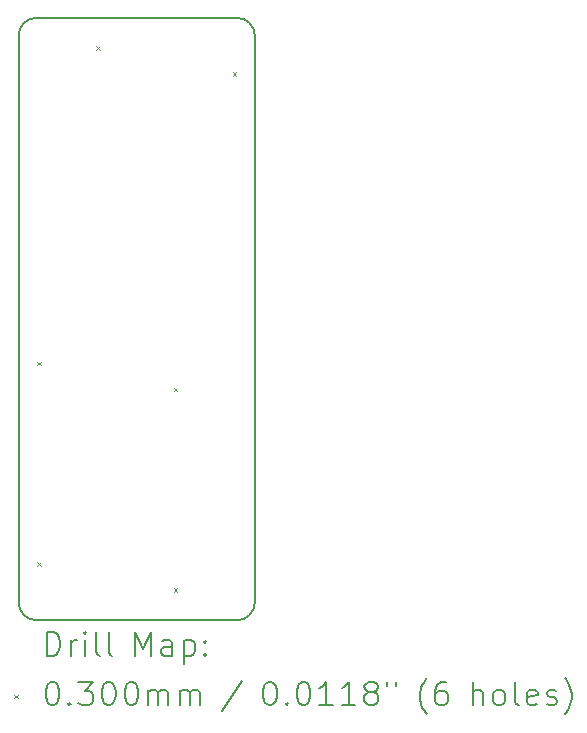
<source format=gbr>
%TF.GenerationSoftware,KiCad,Pcbnew,(7.0.0-0)*%
%TF.CreationDate,2023-06-28T18:09:55+08:00*%
%TF.ProjectId,thumb3,7468756d-6233-42e6-9b69-6361645f7063,v1.0.0*%
%TF.SameCoordinates,Original*%
%TF.FileFunction,Drillmap*%
%TF.FilePolarity,Positive*%
%FSLAX45Y45*%
G04 Gerber Fmt 4.5, Leading zero omitted, Abs format (unit mm)*
G04 Created by KiCad (PCBNEW (7.0.0-0)) date 2023-06-28 18:09:55*
%MOMM*%
%LPD*%
G01*
G04 APERTURE LIST*
%ADD10C,0.150000*%
%ADD11C,0.200000*%
%ADD12C,0.030000*%
G04 APERTURE END LIST*
D10*
X-850000Y-850000D02*
X850000Y-850000D01*
X1000000Y-700000D02*
X1000000Y4100000D01*
X-1000000Y-700000D02*
X-1000000Y4100000D01*
X850000Y4250000D02*
X-850000Y4250000D01*
X850000Y-850000D02*
G75*
G03*
X1000000Y-700000I0J150000D01*
G01*
X1000000Y4100000D02*
G75*
G03*
X850000Y4250000I-150000J0D01*
G01*
X-850000Y4250000D02*
G75*
G03*
X-1000000Y4100000I0J-150000D01*
G01*
X-1000000Y-700000D02*
G75*
G03*
X-850000Y-850000I150000J0D01*
G01*
D11*
D12*
X-842500Y1340000D02*
X-812500Y1310000D01*
X-812500Y1340000D02*
X-842500Y1310000D01*
X-842500Y-360000D02*
X-812500Y-390000D01*
X-812500Y-360000D02*
X-842500Y-390000D01*
X-342500Y4010000D02*
X-312500Y3980000D01*
X-312500Y4010000D02*
X-342500Y3980000D01*
X312500Y1120000D02*
X342500Y1090000D01*
X342500Y1120000D02*
X312500Y1090000D01*
X312500Y-580000D02*
X342500Y-610000D01*
X342500Y-580000D02*
X312500Y-610000D01*
X812500Y3790000D02*
X842500Y3760000D01*
X842500Y3790000D02*
X812500Y3760000D01*
D11*
X-759881Y-1150976D02*
X-759881Y-950976D01*
X-759881Y-950976D02*
X-712262Y-950976D01*
X-712262Y-950976D02*
X-683690Y-960500D01*
X-683690Y-960500D02*
X-664643Y-979548D01*
X-664643Y-979548D02*
X-655119Y-998595D01*
X-655119Y-998595D02*
X-645595Y-1036690D01*
X-645595Y-1036690D02*
X-645595Y-1065262D01*
X-645595Y-1065262D02*
X-655119Y-1103357D01*
X-655119Y-1103357D02*
X-664643Y-1122405D01*
X-664643Y-1122405D02*
X-683690Y-1141452D01*
X-683690Y-1141452D02*
X-712262Y-1150976D01*
X-712262Y-1150976D02*
X-759881Y-1150976D01*
X-559881Y-1150976D02*
X-559881Y-1017643D01*
X-559881Y-1055738D02*
X-550357Y-1036690D01*
X-550357Y-1036690D02*
X-540833Y-1027167D01*
X-540833Y-1027167D02*
X-521786Y-1017643D01*
X-521786Y-1017643D02*
X-502738Y-1017643D01*
X-436071Y-1150976D02*
X-436071Y-1017643D01*
X-436071Y-950976D02*
X-445595Y-960500D01*
X-445595Y-960500D02*
X-436071Y-970024D01*
X-436071Y-970024D02*
X-426548Y-960500D01*
X-426548Y-960500D02*
X-436071Y-950976D01*
X-436071Y-950976D02*
X-436071Y-970024D01*
X-312262Y-1150976D02*
X-331310Y-1141452D01*
X-331310Y-1141452D02*
X-340833Y-1122405D01*
X-340833Y-1122405D02*
X-340833Y-950976D01*
X-207500Y-1150976D02*
X-226548Y-1141452D01*
X-226548Y-1141452D02*
X-236071Y-1122405D01*
X-236071Y-1122405D02*
X-236071Y-950976D01*
X-11309Y-1150976D02*
X-11309Y-950976D01*
X-11309Y-950976D02*
X55357Y-1093833D01*
X55357Y-1093833D02*
X122024Y-950976D01*
X122024Y-950976D02*
X122024Y-1150976D01*
X302976Y-1150976D02*
X302976Y-1046214D01*
X302976Y-1046214D02*
X293452Y-1027167D01*
X293452Y-1027167D02*
X274405Y-1017643D01*
X274405Y-1017643D02*
X236309Y-1017643D01*
X236309Y-1017643D02*
X217262Y-1027167D01*
X302976Y-1141452D02*
X283929Y-1150976D01*
X283929Y-1150976D02*
X236309Y-1150976D01*
X236309Y-1150976D02*
X217262Y-1141452D01*
X217262Y-1141452D02*
X207738Y-1122405D01*
X207738Y-1122405D02*
X207738Y-1103357D01*
X207738Y-1103357D02*
X217262Y-1084310D01*
X217262Y-1084310D02*
X236309Y-1074786D01*
X236309Y-1074786D02*
X283929Y-1074786D01*
X283929Y-1074786D02*
X302976Y-1065262D01*
X398214Y-1017643D02*
X398214Y-1217643D01*
X398214Y-1027167D02*
X417262Y-1017643D01*
X417262Y-1017643D02*
X455357Y-1017643D01*
X455357Y-1017643D02*
X474405Y-1027167D01*
X474405Y-1027167D02*
X483928Y-1036690D01*
X483928Y-1036690D02*
X493452Y-1055738D01*
X493452Y-1055738D02*
X493452Y-1112881D01*
X493452Y-1112881D02*
X483928Y-1131929D01*
X483928Y-1131929D02*
X474405Y-1141452D01*
X474405Y-1141452D02*
X455357Y-1150976D01*
X455357Y-1150976D02*
X417262Y-1150976D01*
X417262Y-1150976D02*
X398214Y-1141452D01*
X579167Y-1131929D02*
X588690Y-1141452D01*
X588690Y-1141452D02*
X579167Y-1150976D01*
X579167Y-1150976D02*
X569643Y-1141452D01*
X569643Y-1141452D02*
X579167Y-1131929D01*
X579167Y-1131929D02*
X579167Y-1150976D01*
X579167Y-1027167D02*
X588690Y-1036690D01*
X588690Y-1036690D02*
X579167Y-1046214D01*
X579167Y-1046214D02*
X569643Y-1036690D01*
X569643Y-1036690D02*
X579167Y-1027167D01*
X579167Y-1027167D02*
X579167Y-1046214D01*
D12*
X-1037500Y-1482500D02*
X-1007500Y-1512500D01*
X-1007500Y-1482500D02*
X-1037500Y-1512500D01*
D11*
X-721786Y-1370976D02*
X-702738Y-1370976D01*
X-702738Y-1370976D02*
X-683690Y-1380500D01*
X-683690Y-1380500D02*
X-674167Y-1390024D01*
X-674167Y-1390024D02*
X-664643Y-1409071D01*
X-664643Y-1409071D02*
X-655119Y-1447167D01*
X-655119Y-1447167D02*
X-655119Y-1494786D01*
X-655119Y-1494786D02*
X-664643Y-1532881D01*
X-664643Y-1532881D02*
X-674167Y-1551928D01*
X-674167Y-1551928D02*
X-683690Y-1561452D01*
X-683690Y-1561452D02*
X-702738Y-1570976D01*
X-702738Y-1570976D02*
X-721786Y-1570976D01*
X-721786Y-1570976D02*
X-740833Y-1561452D01*
X-740833Y-1561452D02*
X-750357Y-1551928D01*
X-750357Y-1551928D02*
X-759881Y-1532881D01*
X-759881Y-1532881D02*
X-769405Y-1494786D01*
X-769405Y-1494786D02*
X-769405Y-1447167D01*
X-769405Y-1447167D02*
X-759881Y-1409071D01*
X-759881Y-1409071D02*
X-750357Y-1390024D01*
X-750357Y-1390024D02*
X-740833Y-1380500D01*
X-740833Y-1380500D02*
X-721786Y-1370976D01*
X-569405Y-1551928D02*
X-559881Y-1561452D01*
X-559881Y-1561452D02*
X-569405Y-1570976D01*
X-569405Y-1570976D02*
X-578929Y-1561452D01*
X-578929Y-1561452D02*
X-569405Y-1551928D01*
X-569405Y-1551928D02*
X-569405Y-1570976D01*
X-493214Y-1370976D02*
X-369405Y-1370976D01*
X-369405Y-1370976D02*
X-436071Y-1447167D01*
X-436071Y-1447167D02*
X-407500Y-1447167D01*
X-407500Y-1447167D02*
X-388452Y-1456690D01*
X-388452Y-1456690D02*
X-378928Y-1466214D01*
X-378928Y-1466214D02*
X-369405Y-1485262D01*
X-369405Y-1485262D02*
X-369405Y-1532881D01*
X-369405Y-1532881D02*
X-378928Y-1551928D01*
X-378928Y-1551928D02*
X-388452Y-1561452D01*
X-388452Y-1561452D02*
X-407500Y-1570976D01*
X-407500Y-1570976D02*
X-464643Y-1570976D01*
X-464643Y-1570976D02*
X-483690Y-1561452D01*
X-483690Y-1561452D02*
X-493214Y-1551928D01*
X-245595Y-1370976D02*
X-226547Y-1370976D01*
X-226547Y-1370976D02*
X-207500Y-1380500D01*
X-207500Y-1380500D02*
X-197976Y-1390024D01*
X-197976Y-1390024D02*
X-188452Y-1409071D01*
X-188452Y-1409071D02*
X-178928Y-1447167D01*
X-178928Y-1447167D02*
X-178928Y-1494786D01*
X-178928Y-1494786D02*
X-188452Y-1532881D01*
X-188452Y-1532881D02*
X-197976Y-1551928D01*
X-197976Y-1551928D02*
X-207500Y-1561452D01*
X-207500Y-1561452D02*
X-226547Y-1570976D01*
X-226547Y-1570976D02*
X-245595Y-1570976D01*
X-245595Y-1570976D02*
X-264643Y-1561452D01*
X-264643Y-1561452D02*
X-274167Y-1551928D01*
X-274167Y-1551928D02*
X-283690Y-1532881D01*
X-283690Y-1532881D02*
X-293214Y-1494786D01*
X-293214Y-1494786D02*
X-293214Y-1447167D01*
X-293214Y-1447167D02*
X-283690Y-1409071D01*
X-283690Y-1409071D02*
X-274167Y-1390024D01*
X-274167Y-1390024D02*
X-264643Y-1380500D01*
X-264643Y-1380500D02*
X-245595Y-1370976D01*
X-55119Y-1370976D02*
X-36071Y-1370976D01*
X-36071Y-1370976D02*
X-17024Y-1380500D01*
X-17024Y-1380500D02*
X-7500Y-1390024D01*
X-7500Y-1390024D02*
X2024Y-1409071D01*
X2024Y-1409071D02*
X11548Y-1447167D01*
X11548Y-1447167D02*
X11548Y-1494786D01*
X11548Y-1494786D02*
X2024Y-1532881D01*
X2024Y-1532881D02*
X-7500Y-1551928D01*
X-7500Y-1551928D02*
X-17024Y-1561452D01*
X-17024Y-1561452D02*
X-36071Y-1570976D01*
X-36071Y-1570976D02*
X-55119Y-1570976D01*
X-55119Y-1570976D02*
X-74167Y-1561452D01*
X-74167Y-1561452D02*
X-83690Y-1551928D01*
X-83690Y-1551928D02*
X-93214Y-1532881D01*
X-93214Y-1532881D02*
X-102738Y-1494786D01*
X-102738Y-1494786D02*
X-102738Y-1447167D01*
X-102738Y-1447167D02*
X-93214Y-1409071D01*
X-93214Y-1409071D02*
X-83690Y-1390024D01*
X-83690Y-1390024D02*
X-74167Y-1380500D01*
X-74167Y-1380500D02*
X-55119Y-1370976D01*
X97262Y-1570976D02*
X97262Y-1437643D01*
X97262Y-1456690D02*
X106786Y-1447167D01*
X106786Y-1447167D02*
X125833Y-1437643D01*
X125833Y-1437643D02*
X154405Y-1437643D01*
X154405Y-1437643D02*
X173452Y-1447167D01*
X173452Y-1447167D02*
X182976Y-1466214D01*
X182976Y-1466214D02*
X182976Y-1570976D01*
X182976Y-1466214D02*
X192500Y-1447167D01*
X192500Y-1447167D02*
X211548Y-1437643D01*
X211548Y-1437643D02*
X240119Y-1437643D01*
X240119Y-1437643D02*
X259167Y-1447167D01*
X259167Y-1447167D02*
X268691Y-1466214D01*
X268691Y-1466214D02*
X268691Y-1570976D01*
X363929Y-1570976D02*
X363929Y-1437643D01*
X363929Y-1456690D02*
X373452Y-1447167D01*
X373452Y-1447167D02*
X392500Y-1437643D01*
X392500Y-1437643D02*
X421071Y-1437643D01*
X421071Y-1437643D02*
X440119Y-1447167D01*
X440119Y-1447167D02*
X449643Y-1466214D01*
X449643Y-1466214D02*
X449643Y-1570976D01*
X449643Y-1466214D02*
X459167Y-1447167D01*
X459167Y-1447167D02*
X478214Y-1437643D01*
X478214Y-1437643D02*
X506786Y-1437643D01*
X506786Y-1437643D02*
X525833Y-1447167D01*
X525833Y-1447167D02*
X535357Y-1466214D01*
X535357Y-1466214D02*
X535357Y-1570976D01*
X893452Y-1361452D02*
X722024Y-1618595D01*
X1118214Y-1370976D02*
X1137262Y-1370976D01*
X1137262Y-1370976D02*
X1156310Y-1380500D01*
X1156310Y-1380500D02*
X1165833Y-1390024D01*
X1165833Y-1390024D02*
X1175357Y-1409071D01*
X1175357Y-1409071D02*
X1184881Y-1447167D01*
X1184881Y-1447167D02*
X1184881Y-1494786D01*
X1184881Y-1494786D02*
X1175357Y-1532881D01*
X1175357Y-1532881D02*
X1165833Y-1551928D01*
X1165833Y-1551928D02*
X1156310Y-1561452D01*
X1156310Y-1561452D02*
X1137262Y-1570976D01*
X1137262Y-1570976D02*
X1118214Y-1570976D01*
X1118214Y-1570976D02*
X1099167Y-1561452D01*
X1099167Y-1561452D02*
X1089643Y-1551928D01*
X1089643Y-1551928D02*
X1080119Y-1532881D01*
X1080119Y-1532881D02*
X1070595Y-1494786D01*
X1070595Y-1494786D02*
X1070595Y-1447167D01*
X1070595Y-1447167D02*
X1080119Y-1409071D01*
X1080119Y-1409071D02*
X1089643Y-1390024D01*
X1089643Y-1390024D02*
X1099167Y-1380500D01*
X1099167Y-1380500D02*
X1118214Y-1370976D01*
X1270595Y-1551928D02*
X1280119Y-1561452D01*
X1280119Y-1561452D02*
X1270595Y-1570976D01*
X1270595Y-1570976D02*
X1261072Y-1561452D01*
X1261072Y-1561452D02*
X1270595Y-1551928D01*
X1270595Y-1551928D02*
X1270595Y-1570976D01*
X1403929Y-1370976D02*
X1422976Y-1370976D01*
X1422976Y-1370976D02*
X1442024Y-1380500D01*
X1442024Y-1380500D02*
X1451548Y-1390024D01*
X1451548Y-1390024D02*
X1461071Y-1409071D01*
X1461071Y-1409071D02*
X1470595Y-1447167D01*
X1470595Y-1447167D02*
X1470595Y-1494786D01*
X1470595Y-1494786D02*
X1461071Y-1532881D01*
X1461071Y-1532881D02*
X1451548Y-1551928D01*
X1451548Y-1551928D02*
X1442024Y-1561452D01*
X1442024Y-1561452D02*
X1422976Y-1570976D01*
X1422976Y-1570976D02*
X1403929Y-1570976D01*
X1403929Y-1570976D02*
X1384881Y-1561452D01*
X1384881Y-1561452D02*
X1375357Y-1551928D01*
X1375357Y-1551928D02*
X1365833Y-1532881D01*
X1365833Y-1532881D02*
X1356310Y-1494786D01*
X1356310Y-1494786D02*
X1356310Y-1447167D01*
X1356310Y-1447167D02*
X1365833Y-1409071D01*
X1365833Y-1409071D02*
X1375357Y-1390024D01*
X1375357Y-1390024D02*
X1384881Y-1380500D01*
X1384881Y-1380500D02*
X1403929Y-1370976D01*
X1661071Y-1570976D02*
X1546786Y-1570976D01*
X1603929Y-1570976D02*
X1603929Y-1370976D01*
X1603929Y-1370976D02*
X1584881Y-1399548D01*
X1584881Y-1399548D02*
X1565833Y-1418595D01*
X1565833Y-1418595D02*
X1546786Y-1428119D01*
X1851548Y-1570976D02*
X1737262Y-1570976D01*
X1794405Y-1570976D02*
X1794405Y-1370976D01*
X1794405Y-1370976D02*
X1775357Y-1399548D01*
X1775357Y-1399548D02*
X1756310Y-1418595D01*
X1756310Y-1418595D02*
X1737262Y-1428119D01*
X1965833Y-1456690D02*
X1946786Y-1447167D01*
X1946786Y-1447167D02*
X1937262Y-1437643D01*
X1937262Y-1437643D02*
X1927738Y-1418595D01*
X1927738Y-1418595D02*
X1927738Y-1409071D01*
X1927738Y-1409071D02*
X1937262Y-1390024D01*
X1937262Y-1390024D02*
X1946786Y-1380500D01*
X1946786Y-1380500D02*
X1965833Y-1370976D01*
X1965833Y-1370976D02*
X2003929Y-1370976D01*
X2003929Y-1370976D02*
X2022976Y-1380500D01*
X2022976Y-1380500D02*
X2032500Y-1390024D01*
X2032500Y-1390024D02*
X2042024Y-1409071D01*
X2042024Y-1409071D02*
X2042024Y-1418595D01*
X2042024Y-1418595D02*
X2032500Y-1437643D01*
X2032500Y-1437643D02*
X2022976Y-1447167D01*
X2022976Y-1447167D02*
X2003929Y-1456690D01*
X2003929Y-1456690D02*
X1965833Y-1456690D01*
X1965833Y-1456690D02*
X1946786Y-1466214D01*
X1946786Y-1466214D02*
X1937262Y-1475738D01*
X1937262Y-1475738D02*
X1927738Y-1494786D01*
X1927738Y-1494786D02*
X1927738Y-1532881D01*
X1927738Y-1532881D02*
X1937262Y-1551928D01*
X1937262Y-1551928D02*
X1946786Y-1561452D01*
X1946786Y-1561452D02*
X1965833Y-1570976D01*
X1965833Y-1570976D02*
X2003929Y-1570976D01*
X2003929Y-1570976D02*
X2022976Y-1561452D01*
X2022976Y-1561452D02*
X2032500Y-1551928D01*
X2032500Y-1551928D02*
X2042024Y-1532881D01*
X2042024Y-1532881D02*
X2042024Y-1494786D01*
X2042024Y-1494786D02*
X2032500Y-1475738D01*
X2032500Y-1475738D02*
X2022976Y-1466214D01*
X2022976Y-1466214D02*
X2003929Y-1456690D01*
X2118214Y-1370976D02*
X2118214Y-1409071D01*
X2194405Y-1370976D02*
X2194405Y-1409071D01*
X2457262Y-1647167D02*
X2447738Y-1637643D01*
X2447738Y-1637643D02*
X2428691Y-1609071D01*
X2428691Y-1609071D02*
X2419167Y-1590024D01*
X2419167Y-1590024D02*
X2409643Y-1561452D01*
X2409643Y-1561452D02*
X2400119Y-1513833D01*
X2400119Y-1513833D02*
X2400119Y-1475738D01*
X2400119Y-1475738D02*
X2409643Y-1428119D01*
X2409643Y-1428119D02*
X2419167Y-1399548D01*
X2419167Y-1399548D02*
X2428691Y-1380500D01*
X2428691Y-1380500D02*
X2447738Y-1351929D01*
X2447738Y-1351929D02*
X2457262Y-1342405D01*
X2619167Y-1370976D02*
X2581072Y-1370976D01*
X2581072Y-1370976D02*
X2562024Y-1380500D01*
X2562024Y-1380500D02*
X2552500Y-1390024D01*
X2552500Y-1390024D02*
X2533453Y-1418595D01*
X2533453Y-1418595D02*
X2523929Y-1456690D01*
X2523929Y-1456690D02*
X2523929Y-1532881D01*
X2523929Y-1532881D02*
X2533453Y-1551928D01*
X2533453Y-1551928D02*
X2542976Y-1561452D01*
X2542976Y-1561452D02*
X2562024Y-1570976D01*
X2562024Y-1570976D02*
X2600119Y-1570976D01*
X2600119Y-1570976D02*
X2619167Y-1561452D01*
X2619167Y-1561452D02*
X2628691Y-1551928D01*
X2628691Y-1551928D02*
X2638214Y-1532881D01*
X2638214Y-1532881D02*
X2638214Y-1485262D01*
X2638214Y-1485262D02*
X2628691Y-1466214D01*
X2628691Y-1466214D02*
X2619167Y-1456690D01*
X2619167Y-1456690D02*
X2600119Y-1447167D01*
X2600119Y-1447167D02*
X2562024Y-1447167D01*
X2562024Y-1447167D02*
X2542976Y-1456690D01*
X2542976Y-1456690D02*
X2533453Y-1466214D01*
X2533453Y-1466214D02*
X2523929Y-1485262D01*
X2843929Y-1570976D02*
X2843929Y-1370976D01*
X2929643Y-1570976D02*
X2929643Y-1466214D01*
X2929643Y-1466214D02*
X2920119Y-1447167D01*
X2920119Y-1447167D02*
X2901072Y-1437643D01*
X2901072Y-1437643D02*
X2872500Y-1437643D01*
X2872500Y-1437643D02*
X2853452Y-1447167D01*
X2853452Y-1447167D02*
X2843929Y-1456690D01*
X3053452Y-1570976D02*
X3034405Y-1561452D01*
X3034405Y-1561452D02*
X3024881Y-1551928D01*
X3024881Y-1551928D02*
X3015357Y-1532881D01*
X3015357Y-1532881D02*
X3015357Y-1475738D01*
X3015357Y-1475738D02*
X3024881Y-1456690D01*
X3024881Y-1456690D02*
X3034405Y-1447167D01*
X3034405Y-1447167D02*
X3053452Y-1437643D01*
X3053452Y-1437643D02*
X3082024Y-1437643D01*
X3082024Y-1437643D02*
X3101072Y-1447167D01*
X3101072Y-1447167D02*
X3110595Y-1456690D01*
X3110595Y-1456690D02*
X3120119Y-1475738D01*
X3120119Y-1475738D02*
X3120119Y-1532881D01*
X3120119Y-1532881D02*
X3110595Y-1551928D01*
X3110595Y-1551928D02*
X3101072Y-1561452D01*
X3101072Y-1561452D02*
X3082024Y-1570976D01*
X3082024Y-1570976D02*
X3053452Y-1570976D01*
X3234405Y-1570976D02*
X3215357Y-1561452D01*
X3215357Y-1561452D02*
X3205833Y-1542405D01*
X3205833Y-1542405D02*
X3205833Y-1370976D01*
X3386786Y-1561452D02*
X3367738Y-1570976D01*
X3367738Y-1570976D02*
X3329643Y-1570976D01*
X3329643Y-1570976D02*
X3310595Y-1561452D01*
X3310595Y-1561452D02*
X3301072Y-1542405D01*
X3301072Y-1542405D02*
X3301072Y-1466214D01*
X3301072Y-1466214D02*
X3310595Y-1447167D01*
X3310595Y-1447167D02*
X3329643Y-1437643D01*
X3329643Y-1437643D02*
X3367738Y-1437643D01*
X3367738Y-1437643D02*
X3386786Y-1447167D01*
X3386786Y-1447167D02*
X3396310Y-1466214D01*
X3396310Y-1466214D02*
X3396310Y-1485262D01*
X3396310Y-1485262D02*
X3301072Y-1504309D01*
X3472500Y-1561452D02*
X3491548Y-1570976D01*
X3491548Y-1570976D02*
X3529643Y-1570976D01*
X3529643Y-1570976D02*
X3548691Y-1561452D01*
X3548691Y-1561452D02*
X3558214Y-1542405D01*
X3558214Y-1542405D02*
X3558214Y-1532881D01*
X3558214Y-1532881D02*
X3548691Y-1513833D01*
X3548691Y-1513833D02*
X3529643Y-1504309D01*
X3529643Y-1504309D02*
X3501072Y-1504309D01*
X3501072Y-1504309D02*
X3482024Y-1494786D01*
X3482024Y-1494786D02*
X3472500Y-1475738D01*
X3472500Y-1475738D02*
X3472500Y-1466214D01*
X3472500Y-1466214D02*
X3482024Y-1447167D01*
X3482024Y-1447167D02*
X3501072Y-1437643D01*
X3501072Y-1437643D02*
X3529643Y-1437643D01*
X3529643Y-1437643D02*
X3548691Y-1447167D01*
X3624881Y-1647167D02*
X3634405Y-1637643D01*
X3634405Y-1637643D02*
X3653453Y-1609071D01*
X3653453Y-1609071D02*
X3662976Y-1590024D01*
X3662976Y-1590024D02*
X3672500Y-1561452D01*
X3672500Y-1561452D02*
X3682024Y-1513833D01*
X3682024Y-1513833D02*
X3682024Y-1475738D01*
X3682024Y-1475738D02*
X3672500Y-1428119D01*
X3672500Y-1428119D02*
X3662976Y-1399548D01*
X3662976Y-1399548D02*
X3653453Y-1380500D01*
X3653453Y-1380500D02*
X3634405Y-1351929D01*
X3634405Y-1351929D02*
X3624881Y-1342405D01*
M02*

</source>
